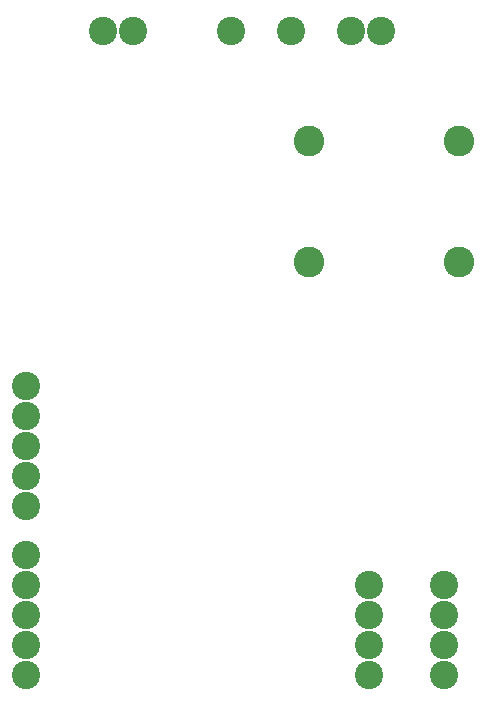
<source format=gbr>
G04 This is an RS-274x file exported by *
G04 gerbv version 2.6A *
G04 More information is available about gerbv at *
G04 http://gerbv.geda-project.org/ *
G04 --End of header info--*
%MOIN*%
%FSLAX34Y34*%
%IPPOS*%
G04 --Define apertures--*
%ADD10C,0.0945*%
%ADD11C,0.0472*%
%ADD12C,0.0551*%
%ADD13C,0.0945*%
%ADD14C,0.1024*%
G04 --Start main section--*
G54D10*
G01X0001314Y-014114D03*
G01X0001314Y-015114D03*
G01X0001314Y-016114D03*
G01X0001314Y-017114D03*
G01X0001314Y-013114D03*
G01X0015252Y-019739D03*
G01X0015252Y-020739D03*
G01X0015252Y-021739D03*
G01X0015252Y-022739D03*
G54D13*
G01X0012752Y-019739D03*
G01X0012752Y-020739D03*
G01X0012752Y-021739D03*
G01X0012752Y-022739D03*
G54D10*
G01X0001314Y-019739D03*
G01X0001314Y-020739D03*
G01X0001314Y-021739D03*
G01X0001314Y-022739D03*
G54D14*
G01X0015750Y-008969D03*
G01X0010750Y-008969D03*
G01X0015750Y-004937D03*
G01X0010750Y-004937D03*
G54D10*
G01X0001314Y-018739D03*
G01X0012140Y-001278D03*
G01X0013140Y-001278D03*
G01X0010140Y-001278D03*
G01X0008140Y-001278D03*
G01X0004890Y-001278D03*
G01X0003890Y-001278D03*
M02*

</source>
